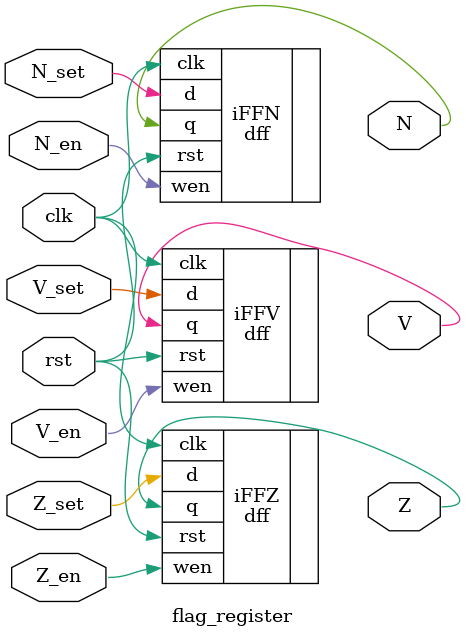
<source format=v>
`default_nettype none // Set the default as none to avoid errors

module flag_register(
  input wire clk,          // System clock
  input wire rst,          // active high reset signal
  input wire Z_en, Z_set,  // enable signal and set signal for Z
  input wire V_en, V_set,  // enable signal and set signal for V
  input wire N_en, N_set,  // enable signal and set signal for N
  output wire Z,           // Z (Zero) signal
  output wire V,           // V (Overflow) signal
  output wire N            // N (Sign) signal
);

  ///////////////////////////////////////
  // Flop each singal based on enable //
  /////////////////////////////////////
  // flop for Z (Zero) signal
  dff iFFZ (.q(Z), .d(Z_set), .wen(Z_en), .clk(clk), .rst(rst));

  // flop for V (Overflow) signal
  dff iFFV (.q(V), .d(V_set), .wen(V_en), .clk(clk), .rst(rst));

  // flop for N (Sign) signal
  dff iFFN (.q(N), .d(N_set), .wen(N_en), .clk(clk), .rst(rst));

endmodule

`default_nettype wire  // Reset default behavior at the end
</source>
